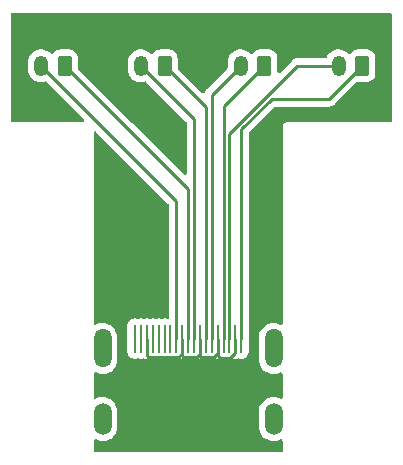
<source format=gbr>
%TF.GenerationSoftware,KiCad,Pcbnew,(6.0.5)*%
%TF.CreationDate,2022-06-07T12:46:05-06:00*%
%TF.ProjectId,21Pin_Fanout,32315069-6e5f-4466-916e-6f75742e6b69,rev?*%
%TF.SameCoordinates,Original*%
%TF.FileFunction,Copper,L1,Top*%
%TF.FilePolarity,Positive*%
%FSLAX46Y46*%
G04 Gerber Fmt 4.6, Leading zero omitted, Abs format (unit mm)*
G04 Created by KiCad (PCBNEW (6.0.5)) date 2022-06-07 12:46:05*
%MOMM*%
%LPD*%
G01*
G04 APERTURE LIST*
G04 Aperture macros list*
%AMRoundRect*
0 Rectangle with rounded corners*
0 $1 Rounding radius*
0 $2 $3 $4 $5 $6 $7 $8 $9 X,Y pos of 4 corners*
0 Add a 4 corners polygon primitive as box body*
4,1,4,$2,$3,$4,$5,$6,$7,$8,$9,$2,$3,0*
0 Add four circle primitives for the rounded corners*
1,1,$1+$1,$2,$3*
1,1,$1+$1,$4,$5*
1,1,$1+$1,$6,$7*
1,1,$1+$1,$8,$9*
0 Add four rect primitives between the rounded corners*
20,1,$1+$1,$2,$3,$4,$5,0*
20,1,$1+$1,$4,$5,$6,$7,0*
20,1,$1+$1,$6,$7,$8,$9,0*
20,1,$1+$1,$8,$9,$2,$3,0*%
G04 Aperture macros list end*
%TA.AperFunction,ComponentPad*%
%ADD10RoundRect,0.250000X0.350000X0.625000X-0.350000X0.625000X-0.350000X-0.625000X0.350000X-0.625000X0*%
%TD*%
%TA.AperFunction,ComponentPad*%
%ADD11O,1.200000X1.750000*%
%TD*%
%TA.AperFunction,SMDPad,CuDef*%
%ADD12O,0.250000X2.400000*%
%TD*%
%TA.AperFunction,ComponentPad*%
%ADD13O,1.500000X2.700000*%
%TD*%
%TA.AperFunction,ComponentPad*%
%ADD14O,1.500000X3.300000*%
%TD*%
%TA.AperFunction,ViaPad*%
%ADD15C,0.800000*%
%TD*%
%TA.AperFunction,Conductor*%
%ADD16C,0.250000*%
%TD*%
G04 APERTURE END LIST*
D10*
%TO.P,J3,1,Pin_1*%
%TO.N,Net-(J1-Pad10)*%
X-10450000Y26500000D03*
D11*
%TO.P,J3,2,Pin_2*%
%TO.N,Net-(J1-Pad12)*%
X-12450000Y26500000D03*
%TD*%
D10*
%TO.P,J2,1,Pin_1*%
%TO.N,Net-(J1-Pad7)*%
X-2000000Y26500000D03*
D11*
%TO.P,J2,2,Pin_2*%
%TO.N,Net-(J1-Pad9)*%
X-4000000Y26500000D03*
%TD*%
D10*
%TO.P,J4,1,Pin_1*%
%TO.N,Net-(J1-Pad1)*%
X14750000Y26500000D03*
D11*
%TO.P,J4,2,Pin_2*%
%TO.N,Net-(J1-Pad3)*%
X12750000Y26500000D03*
%TD*%
D10*
%TO.P,J5,1,Pin_1*%
%TO.N,Net-(J1-Pad4)*%
X6450000Y26500000D03*
D11*
%TO.P,J5,2,Pin_2*%
%TO.N,Net-(J1-Pad6)*%
X4450000Y26500000D03*
%TD*%
D12*
%TO.P,J1,1,D2+*%
%TO.N,Net-(J1-Pad1)*%
X4501000Y3396000D03*
%TO.P,J1,2,D2S*%
%TO.N,GND*%
X4001000Y3396000D03*
%TO.P,J1,3,D2-*%
%TO.N,Net-(J1-Pad3)*%
X3501000Y3396000D03*
%TO.P,J1,4,D1+*%
%TO.N,Net-(J1-Pad4)*%
X3001000Y3396000D03*
%TO.P,J1,5,D1S*%
%TO.N,GND*%
X2500000Y3396000D03*
%TO.P,J1,6,D1-*%
%TO.N,Net-(J1-Pad6)*%
X2000000Y3396000D03*
%TO.P,J1,7,D0+*%
%TO.N,Net-(J1-Pad7)*%
X1500000Y3396000D03*
%TO.P,J1,8,D0S*%
%TO.N,GND*%
X1000000Y3396000D03*
%TO.P,J1,9,D0-*%
%TO.N,Net-(J1-Pad9)*%
X500000Y3396000D03*
%TO.P,J1,10,CK+*%
%TO.N,Net-(J1-Pad10)*%
X0Y3396000D03*
%TO.P,J1,11,CKS*%
%TO.N,GND*%
X-500000Y3396000D03*
%TO.P,J1,12,CK-*%
%TO.N,Net-(J1-Pad12)*%
X-1000000Y3396000D03*
%TO.P,J1,13,CEC*%
%TO.N,unconnected-(J1-Pad13)*%
X-1500000Y3396000D03*
%TO.P,J1,14,UTILITY*%
%TO.N,unconnected-(J1-Pad14)*%
X-2000000Y3396000D03*
%TO.P,J1,15,SCL*%
%TO.N,unconnected-(J1-Pad15)*%
X-2500000Y3396000D03*
%TO.P,J1,16,SDA*%
%TO.N,unconnected-(J1-Pad16)*%
X-3001000Y3396000D03*
%TO.P,J1,17,GND*%
%TO.N,GND*%
X-3501000Y3396000D03*
%TO.P,J1,18,+5V*%
%TO.N,unconnected-(J1-Pad18)*%
X-4001000Y3396000D03*
%TO.P,J1,19,HPD*%
%TO.N,unconnected-(J1-Pad19)*%
X-4501000Y3396000D03*
D13*
%TO.P,J1,20*%
%TO.N,N/C*%
X7250000Y-3396000D03*
%TO.P,J1,21*%
X-7250000Y-3396000D03*
D14*
%TO.P,J1,22*%
X7250000Y2564000D03*
%TO.P,J1,23*%
X-7250000Y2564000D03*
%TD*%
D15*
%TO.N,GND*%
X-2000000Y1000000D03*
%TD*%
D16*
%TO.N,GND*%
X-2121480Y1121480D02*
X-2000000Y1000000D01*
X-2121480Y1871480D02*
X-2121480Y1121480D01*
X-2121480Y1871480D02*
X-813803Y1871480D01*
X-3426480Y1871480D02*
X-2121480Y1871480D01*
X4001000Y2185283D02*
X4001000Y3396000D01*
X3565717Y1750000D02*
X4001000Y2185283D01*
X2500000Y1946000D02*
X2696000Y1750000D01*
X2500000Y3396000D02*
X2500000Y1946000D01*
X2696000Y1750000D02*
X3565717Y1750000D01*
X2500000Y2185283D02*
X2500000Y3396000D01*
X2186197Y1871480D02*
X2500000Y2185283D01*
X1000000Y1946000D02*
X1074520Y1871480D01*
X1074520Y1871480D02*
X2186197Y1871480D01*
X1000000Y3396000D02*
X1000000Y1946000D01*
X1000000Y2134803D02*
X1000000Y3396000D01*
X736677Y1871480D02*
X1000000Y2134803D01*
X-425480Y1871480D02*
X736677Y1871480D01*
X-500000Y1946000D02*
X-425480Y1871480D01*
X-500000Y3396000D02*
X-500000Y1946000D01*
X-500000Y2185283D02*
X-500000Y3396000D01*
X-813803Y1871480D02*
X-500000Y2185283D01*
X-3501000Y1946000D02*
X-3426480Y1871480D01*
X-3501000Y3396000D02*
X-3501000Y1946000D01*
%TO.N,Net-(J1-Pad1)*%
X4501000Y21115282D02*
X4501000Y3396000D01*
X7067859Y23682141D02*
X4501000Y21115282D01*
X14750000Y26500000D02*
X11932141Y23682141D01*
X11932141Y23682141D02*
X7067859Y23682141D01*
%TO.N,Net-(J1-Pad3)*%
X9250000Y26500000D02*
X12750000Y26500000D01*
X3501000Y20751000D02*
X9250000Y26500000D01*
X3501000Y3396000D02*
X3501000Y20751000D01*
%TO.N,Net-(J1-Pad4)*%
X3001000Y23051000D02*
X3001000Y3396000D01*
X6450000Y26500000D02*
X3001000Y23051000D01*
%TO.N,Net-(J1-Pad6)*%
X2000000Y3396000D02*
X2000000Y24050000D01*
X2000000Y24050000D02*
X4450000Y26500000D01*
%TO.N,Net-(J1-Pad7)*%
X1500000Y23000000D02*
X1500000Y3396000D01*
X-2000000Y26500000D02*
X1500000Y23000000D01*
%TO.N,Net-(J1-Pad9)*%
X500000Y22000000D02*
X500000Y3396000D01*
X-4000000Y26500000D02*
X500000Y22000000D01*
%TO.N,Net-(J1-Pad10)*%
X0Y16050000D02*
X-10450000Y26500000D01*
X0Y3396000D02*
X0Y16050000D01*
%TO.N,Net-(J1-Pad12)*%
X-1000000Y15050000D02*
X-1000000Y3396000D01*
X-12450000Y26500000D02*
X-1000000Y15050000D01*
%TD*%
%TA.AperFunction,Conductor*%
%TO.N,GND*%
G36*
X17183621Y30971498D02*
G01*
X17230114Y30917842D01*
X17241500Y30865500D01*
X17241500Y21884500D01*
X17221498Y21816379D01*
X17167842Y21769886D01*
X17115500Y21758500D01*
X8508623Y21758500D01*
X8507853Y21758502D01*
X8507037Y21758507D01*
X8430279Y21758976D01*
X8407918Y21752585D01*
X8401847Y21750850D01*
X8385085Y21747272D01*
X8355813Y21743080D01*
X8347645Y21739366D01*
X8347644Y21739366D01*
X8332438Y21732452D01*
X8314914Y21726004D01*
X8290229Y21718949D01*
X8282635Y21714157D01*
X8282632Y21714156D01*
X8265220Y21703170D01*
X8250137Y21695031D01*
X8223218Y21682792D01*
X8216416Y21676931D01*
X8203765Y21666030D01*
X8188761Y21654927D01*
X8167042Y21641224D01*
X8161103Y21634499D01*
X8161099Y21634496D01*
X8147468Y21619062D01*
X8135276Y21607018D01*
X8119673Y21593573D01*
X8119671Y21593570D01*
X8112873Y21587713D01*
X8107993Y21580184D01*
X8107992Y21580183D01*
X8098906Y21566165D01*
X8087615Y21551291D01*
X8076569Y21538783D01*
X8070622Y21532049D01*
X8058058Y21505289D01*
X8049737Y21490309D01*
X8038529Y21473017D01*
X8038527Y21473012D01*
X8033648Y21465485D01*
X8031078Y21456892D01*
X8031076Y21456887D01*
X8026289Y21440880D01*
X8019628Y21423436D01*
X8008719Y21400200D01*
X8007338Y21391333D01*
X8007338Y21391332D01*
X8004170Y21370985D01*
X8000387Y21354268D01*
X7994485Y21334534D01*
X7994484Y21334528D01*
X7991914Y21325934D01*
X7991859Y21316963D01*
X7991859Y21316962D01*
X7991704Y21291503D01*
X7991671Y21290711D01*
X7991500Y21289614D01*
X7991500Y21258623D01*
X7991498Y21257853D01*
X7991024Y21180279D01*
X7991408Y21178935D01*
X7991500Y21177590D01*
X7991500Y4705927D01*
X7971498Y4637806D01*
X7917842Y4591313D01*
X7847568Y4581209D01*
X7814855Y4590554D01*
X7658180Y4659330D01*
X7658167Y4659335D01*
X7653033Y4661588D01*
X7647582Y4662897D01*
X7647578Y4662898D01*
X7440046Y4712722D01*
X7440045Y4712722D01*
X7434589Y4714032D01*
X7350525Y4718879D01*
X7215917Y4726640D01*
X7215914Y4726640D01*
X7210310Y4726963D01*
X6987285Y4699975D01*
X6772565Y4633918D01*
X6767585Y4631348D01*
X6767581Y4631346D01*
X6626850Y4558709D01*
X6572936Y4530882D01*
X6394708Y4394123D01*
X6243515Y4227964D01*
X6124136Y4037656D01*
X6040344Y3829217D01*
X5994787Y3609233D01*
X5991500Y3552225D01*
X5991500Y1607001D01*
X5991749Y1604214D01*
X5991749Y1604208D01*
X5998009Y1534071D01*
X6006383Y1440238D01*
X6065663Y1223549D01*
X6162378Y1020782D01*
X6293471Y838346D01*
X6454799Y682008D01*
X6641262Y556710D01*
X6846967Y466412D01*
X6852418Y465103D01*
X6852422Y465102D01*
X7025503Y423549D01*
X7065411Y413968D01*
X7149475Y409121D01*
X7284083Y401360D01*
X7284086Y401360D01*
X7289690Y401037D01*
X7512715Y428025D01*
X7727435Y494082D01*
X7732415Y496652D01*
X7732419Y496654D01*
X7807710Y535515D01*
X7877417Y548984D01*
X7943341Y522629D01*
X7984550Y464816D01*
X7991500Y423549D01*
X7991500Y-1554073D01*
X7971498Y-1622194D01*
X7917842Y-1668687D01*
X7847568Y-1678791D01*
X7814855Y-1669446D01*
X7658180Y-1600670D01*
X7658167Y-1600665D01*
X7653033Y-1598412D01*
X7647582Y-1597103D01*
X7647578Y-1597102D01*
X7440046Y-1547278D01*
X7440045Y-1547278D01*
X7434589Y-1545968D01*
X7350525Y-1541121D01*
X7215917Y-1533360D01*
X7215914Y-1533360D01*
X7210310Y-1533037D01*
X6987285Y-1560025D01*
X6772565Y-1626082D01*
X6767585Y-1628652D01*
X6767581Y-1628654D01*
X6577919Y-1726546D01*
X6572936Y-1729118D01*
X6394708Y-1865877D01*
X6243515Y-2032036D01*
X6124136Y-2222344D01*
X6040344Y-2430783D01*
X5994787Y-2650767D01*
X5991500Y-2707775D01*
X5991500Y-4052999D01*
X5991749Y-4055786D01*
X5991749Y-4055792D01*
X5998009Y-4125929D01*
X6006383Y-4219762D01*
X6065663Y-4436451D01*
X6162378Y-4639218D01*
X6293471Y-4821654D01*
X6454799Y-4977992D01*
X6641262Y-5103290D01*
X6846967Y-5193588D01*
X6852418Y-5194897D01*
X6852422Y-5194898D01*
X7025503Y-5236451D01*
X7065411Y-5246032D01*
X7149475Y-5250879D01*
X7284083Y-5258640D01*
X7284086Y-5258640D01*
X7289690Y-5258963D01*
X7512715Y-5231975D01*
X7727435Y-5165918D01*
X7732415Y-5163348D01*
X7732419Y-5163346D01*
X7807710Y-5124485D01*
X7877417Y-5111016D01*
X7943341Y-5137371D01*
X7984550Y-5195184D01*
X7991500Y-5236451D01*
X7991500Y-6115500D01*
X7971498Y-6183621D01*
X7917842Y-6230114D01*
X7865500Y-6241500D01*
X-7865500Y-6241500D01*
X-7933621Y-6221498D01*
X-7980114Y-6167842D01*
X-7991500Y-6115500D01*
X-7991500Y-5237927D01*
X-7971498Y-5169806D01*
X-7917842Y-5123313D01*
X-7847568Y-5113209D01*
X-7814855Y-5122554D01*
X-7658180Y-5191330D01*
X-7658167Y-5191335D01*
X-7653033Y-5193588D01*
X-7647582Y-5194897D01*
X-7647578Y-5194898D01*
X-7474497Y-5236451D01*
X-7434589Y-5246032D01*
X-7350525Y-5250879D01*
X-7215917Y-5258640D01*
X-7215914Y-5258640D01*
X-7210310Y-5258963D01*
X-6987285Y-5231975D01*
X-6772565Y-5165918D01*
X-6767585Y-5163348D01*
X-6767581Y-5163346D01*
X-6577919Y-5065454D01*
X-6577918Y-5065454D01*
X-6572936Y-5062882D01*
X-6394708Y-4926123D01*
X-6243515Y-4759964D01*
X-6124136Y-4569656D01*
X-6040344Y-4361217D01*
X-5994787Y-4141233D01*
X-5991500Y-4084225D01*
X-5991500Y-2739001D01*
X-5994449Y-2705952D01*
X-6005884Y-2577833D01*
X-6006383Y-2572238D01*
X-6065663Y-2355549D01*
X-6162378Y-2152782D01*
X-6293471Y-1970346D01*
X-6454799Y-1814008D01*
X-6641262Y-1688710D01*
X-6846967Y-1598412D01*
X-6852418Y-1597103D01*
X-6852422Y-1597102D01*
X-7059954Y-1547278D01*
X-7059955Y-1547278D01*
X-7065411Y-1545968D01*
X-7149475Y-1541121D01*
X-7284083Y-1533360D01*
X-7284086Y-1533360D01*
X-7289690Y-1533037D01*
X-7512715Y-1560025D01*
X-7727435Y-1626082D01*
X-7732415Y-1628652D01*
X-7732419Y-1628654D01*
X-7807710Y-1667515D01*
X-7877417Y-1680984D01*
X-7943341Y-1654629D01*
X-7984550Y-1596816D01*
X-7991500Y-1555549D01*
X-7991500Y422073D01*
X-7971498Y490194D01*
X-7917842Y536687D01*
X-7847568Y546791D01*
X-7814855Y537446D01*
X-7658180Y468670D01*
X-7658167Y468665D01*
X-7653033Y466412D01*
X-7647582Y465103D01*
X-7647578Y465102D01*
X-7474497Y423549D01*
X-7434589Y413968D01*
X-7350525Y409121D01*
X-7215917Y401360D01*
X-7215914Y401360D01*
X-7210310Y401037D01*
X-6987285Y428025D01*
X-6772565Y494082D01*
X-6767585Y496652D01*
X-6767581Y496654D01*
X-6577919Y594546D01*
X-6577918Y594546D01*
X-6572936Y597118D01*
X-6394708Y733877D01*
X-6243515Y900036D01*
X-6124136Y1090344D01*
X-6040344Y1298783D01*
X-5994787Y1518767D01*
X-5991500Y1575775D01*
X-5991500Y3520999D01*
X-5994449Y3554048D01*
X-6005884Y3682167D01*
X-6006383Y3687762D01*
X-6065663Y3904451D01*
X-6162378Y4107218D01*
X-6293471Y4289654D01*
X-6454799Y4445992D01*
X-6641262Y4571290D01*
X-6846967Y4661588D01*
X-6852418Y4662897D01*
X-6852422Y4662898D01*
X-7059954Y4712722D01*
X-7059955Y4712722D01*
X-7065411Y4714032D01*
X-7149475Y4718879D01*
X-7284083Y4726640D01*
X-7284086Y4726640D01*
X-7289690Y4726963D01*
X-7512715Y4699975D01*
X-7727435Y4633918D01*
X-7732415Y4631348D01*
X-7732419Y4631346D01*
X-7807710Y4592485D01*
X-7877417Y4579016D01*
X-7943341Y4605371D01*
X-7984550Y4663184D01*
X-7991500Y4704451D01*
X-7991500Y20841406D01*
X-7971498Y20909527D01*
X-7917842Y20956020D01*
X-7847568Y20966124D01*
X-7782988Y20936630D01*
X-7776405Y20930501D01*
X-1670405Y14824501D01*
X-1636379Y14762189D01*
X-1633500Y14735406D01*
X-1633500Y5195692D01*
X-1653502Y5127571D01*
X-1707158Y5081078D01*
X-1777432Y5070974D01*
X-1796644Y5075442D01*
X-1802682Y5078283D01*
X-1810470Y5079769D01*
X-1810471Y5079769D01*
X-1952121Y5106790D01*
X-1952122Y5106790D01*
X-1959906Y5108275D01*
X-2048400Y5102708D01*
X-2111738Y5098723D01*
X-2111740Y5098723D01*
X-2119650Y5098225D01*
X-2127186Y5095776D01*
X-2127188Y5095776D01*
X-2128711Y5095281D01*
X-2200291Y5072023D01*
X-2205545Y5070316D01*
X-2276512Y5068288D01*
X-2288184Y5072528D01*
X-2295512Y5074909D01*
X-2302682Y5078283D01*
X-2310465Y5079768D01*
X-2310466Y5079768D01*
X-2452121Y5106790D01*
X-2452122Y5106790D01*
X-2459906Y5108275D01*
X-2548400Y5102708D01*
X-2611738Y5098723D01*
X-2611740Y5098723D01*
X-2619650Y5098225D01*
X-2627186Y5095776D01*
X-2627188Y5095776D01*
X-2706137Y5070124D01*
X-2777105Y5068097D01*
X-2790313Y5072895D01*
X-2796511Y5074908D01*
X-2803682Y5078283D01*
X-2935305Y5103391D01*
X-2953121Y5106790D01*
X-2953122Y5106790D01*
X-2960906Y5108275D01*
X-3049400Y5102708D01*
X-3112738Y5098723D01*
X-3112740Y5098723D01*
X-3120650Y5098225D01*
X-3207241Y5070090D01*
X-3278206Y5068062D01*
X-3289110Y5072023D01*
X-3289124Y5071979D01*
X-3311622Y5079289D01*
X-3453152Y5106287D01*
X-3468849Y5107274D01*
X-3612643Y5098228D01*
X-3628093Y5095281D01*
X-3705884Y5070005D01*
X-3776852Y5067978D01*
X-3791038Y5073130D01*
X-3796508Y5074907D01*
X-3803682Y5078283D01*
X-3935305Y5103391D01*
X-3953121Y5106790D01*
X-3953122Y5106790D01*
X-3960906Y5108275D01*
X-4049400Y5102708D01*
X-4112738Y5098723D01*
X-4112740Y5098723D01*
X-4120650Y5098225D01*
X-4128186Y5095776D01*
X-4128188Y5095776D01*
X-4129711Y5095281D01*
X-4201291Y5072023D01*
X-4206545Y5070316D01*
X-4277512Y5068288D01*
X-4289184Y5072528D01*
X-4296512Y5074909D01*
X-4303682Y5078283D01*
X-4311465Y5079768D01*
X-4311466Y5079768D01*
X-4453121Y5106790D01*
X-4453122Y5106790D01*
X-4460906Y5108275D01*
X-4549400Y5102708D01*
X-4612738Y5098723D01*
X-4612740Y5098723D01*
X-4620650Y5098225D01*
X-4628186Y5095776D01*
X-4628188Y5095776D01*
X-4765333Y5051215D01*
X-4765336Y5051214D01*
X-4772875Y5048764D01*
X-4908018Y4963000D01*
X-5017586Y4846321D01*
X-5094695Y4706060D01*
X-5134500Y4551030D01*
X-5134500Y2281144D01*
X-5119474Y2162203D01*
X-5060552Y2013383D01*
X-4966472Y1883893D01*
X-4843144Y1781867D01*
X-4835977Y1778494D01*
X-4835973Y1778492D01*
X-4773879Y1749274D01*
X-4698318Y1713717D01*
X-4593778Y1693775D01*
X-4551515Y1685713D01*
X-4541094Y1683725D01*
X-4452600Y1689292D01*
X-4389262Y1693277D01*
X-4389260Y1693277D01*
X-4381350Y1693775D01*
X-4373814Y1696224D01*
X-4373812Y1696224D01*
X-4305248Y1718502D01*
X-4295455Y1721684D01*
X-4224488Y1723712D01*
X-4212816Y1719472D01*
X-4205488Y1717091D01*
X-4198318Y1713717D01*
X-4190535Y1712232D01*
X-4190534Y1712232D01*
X-4048879Y1685210D01*
X-4041094Y1683725D01*
X-3952600Y1689292D01*
X-3889262Y1693277D01*
X-3889260Y1693277D01*
X-3881350Y1693775D01*
X-3794759Y1721910D01*
X-3723794Y1723938D01*
X-3712890Y1719977D01*
X-3712876Y1720021D01*
X-3690378Y1712711D01*
X-3548848Y1685713D01*
X-3533151Y1684726D01*
X-3389357Y1693772D01*
X-3373907Y1696719D01*
X-3296116Y1721995D01*
X-3225148Y1724022D01*
X-3210962Y1718870D01*
X-3205492Y1717093D01*
X-3198318Y1713717D01*
X-3093778Y1693775D01*
X-3051515Y1685713D01*
X-3041094Y1683725D01*
X-2952600Y1689292D01*
X-2889262Y1693277D01*
X-2889260Y1693277D01*
X-2881350Y1693775D01*
X-2873814Y1696224D01*
X-2873812Y1696224D01*
X-2794863Y1721876D01*
X-2723895Y1723903D01*
X-2710687Y1719105D01*
X-2704489Y1717092D01*
X-2697318Y1713717D01*
X-2592778Y1693775D01*
X-2550515Y1685713D01*
X-2540094Y1683725D01*
X-2451600Y1689292D01*
X-2388262Y1693277D01*
X-2388260Y1693277D01*
X-2380350Y1693775D01*
X-2372814Y1696224D01*
X-2372812Y1696224D01*
X-2304248Y1718502D01*
X-2294455Y1721684D01*
X-2223488Y1723712D01*
X-2211816Y1719472D01*
X-2204488Y1717091D01*
X-2197318Y1713717D01*
X-2189535Y1712232D01*
X-2189534Y1712232D01*
X-2047879Y1685210D01*
X-2040094Y1683725D01*
X-1951600Y1689292D01*
X-1888262Y1693277D01*
X-1888260Y1693277D01*
X-1880350Y1693775D01*
X-1872814Y1696224D01*
X-1872812Y1696224D01*
X-1804248Y1718502D01*
X-1794455Y1721684D01*
X-1723488Y1723712D01*
X-1711816Y1719472D01*
X-1704488Y1717091D01*
X-1697318Y1713717D01*
X-1689535Y1712232D01*
X-1689534Y1712232D01*
X-1547879Y1685210D01*
X-1540094Y1683725D01*
X-1451600Y1689292D01*
X-1388262Y1693277D01*
X-1388260Y1693277D01*
X-1380350Y1693775D01*
X-1372814Y1696224D01*
X-1372812Y1696224D01*
X-1304248Y1718502D01*
X-1294455Y1721684D01*
X-1223488Y1723712D01*
X-1211816Y1719472D01*
X-1204488Y1717091D01*
X-1197318Y1713717D01*
X-1189535Y1712232D01*
X-1189534Y1712232D01*
X-1047879Y1685210D01*
X-1040094Y1683725D01*
X-951600Y1689292D01*
X-888262Y1693277D01*
X-888260Y1693277D01*
X-880350Y1693775D01*
X-793759Y1721910D01*
X-722794Y1723938D01*
X-711890Y1719977D01*
X-711876Y1720021D01*
X-689378Y1712711D01*
X-547848Y1685713D01*
X-532151Y1684726D01*
X-388357Y1693772D01*
X-372907Y1696719D01*
X-295116Y1721995D01*
X-224148Y1724022D01*
X-209962Y1718870D01*
X-204492Y1717093D01*
X-197318Y1713717D01*
X-92778Y1693775D01*
X-50515Y1685713D01*
X-40094Y1683725D01*
X48400Y1689292D01*
X111738Y1693277D01*
X111740Y1693277D01*
X119650Y1693775D01*
X127186Y1696224D01*
X127188Y1696224D01*
X195752Y1718502D01*
X205545Y1721684D01*
X276512Y1723712D01*
X288184Y1719472D01*
X295512Y1717091D01*
X302682Y1713717D01*
X310465Y1712232D01*
X310466Y1712232D01*
X452121Y1685210D01*
X459906Y1683725D01*
X548400Y1689292D01*
X611738Y1693277D01*
X611740Y1693277D01*
X619650Y1693775D01*
X706241Y1721910D01*
X777206Y1723938D01*
X788110Y1719977D01*
X788124Y1720021D01*
X810622Y1712711D01*
X952152Y1685713D01*
X967849Y1684726D01*
X1111643Y1693772D01*
X1127093Y1696719D01*
X1204884Y1721995D01*
X1275852Y1724022D01*
X1290038Y1718870D01*
X1295508Y1717093D01*
X1302682Y1713717D01*
X1407222Y1693775D01*
X1449485Y1685713D01*
X1459906Y1683725D01*
X1548400Y1689292D01*
X1611738Y1693277D01*
X1611740Y1693277D01*
X1619650Y1693775D01*
X1627186Y1696224D01*
X1627188Y1696224D01*
X1695752Y1718502D01*
X1705545Y1721684D01*
X1776512Y1723712D01*
X1788184Y1719472D01*
X1795512Y1717091D01*
X1802682Y1713717D01*
X1810465Y1712232D01*
X1810466Y1712232D01*
X1952121Y1685210D01*
X1959906Y1683725D01*
X2048400Y1689292D01*
X2111738Y1693277D01*
X2111740Y1693277D01*
X2119650Y1693775D01*
X2206241Y1721910D01*
X2277206Y1723938D01*
X2288110Y1719977D01*
X2288124Y1720021D01*
X2310622Y1712711D01*
X2452152Y1685713D01*
X2467849Y1684726D01*
X2611643Y1693772D01*
X2627093Y1696719D01*
X2705476Y1722187D01*
X2776444Y1724214D01*
X2792172Y1718502D01*
X2796506Y1717094D01*
X2803682Y1713717D01*
X2908222Y1693775D01*
X2950485Y1685713D01*
X2960906Y1683725D01*
X3049400Y1689292D01*
X3112738Y1693277D01*
X3112740Y1693277D01*
X3120650Y1693775D01*
X3128186Y1696224D01*
X3128188Y1696224D01*
X3196752Y1718502D01*
X3206545Y1721684D01*
X3277512Y1723712D01*
X3289184Y1719472D01*
X3296512Y1717091D01*
X3303682Y1713717D01*
X3311465Y1712232D01*
X3311466Y1712232D01*
X3453121Y1685210D01*
X3460906Y1683725D01*
X3549400Y1689292D01*
X3612738Y1693277D01*
X3612740Y1693277D01*
X3620650Y1693775D01*
X3707241Y1721910D01*
X3778206Y1723938D01*
X3789110Y1719977D01*
X3789124Y1720021D01*
X3811622Y1712711D01*
X3953152Y1685713D01*
X3968849Y1684726D01*
X4112643Y1693772D01*
X4128093Y1696719D01*
X4205884Y1721995D01*
X4276852Y1724022D01*
X4291038Y1718870D01*
X4296508Y1717093D01*
X4303682Y1713717D01*
X4408222Y1693775D01*
X4450485Y1685713D01*
X4460906Y1683725D01*
X4549400Y1689292D01*
X4612738Y1693277D01*
X4612740Y1693277D01*
X4620650Y1693775D01*
X4628186Y1696224D01*
X4628188Y1696224D01*
X4765333Y1740785D01*
X4765336Y1740786D01*
X4772875Y1743236D01*
X4908018Y1829000D01*
X5017586Y1945679D01*
X5094695Y2085940D01*
X5134500Y2240970D01*
X5134500Y20800688D01*
X5154502Y20868809D01*
X5171405Y20889783D01*
X7293359Y23011736D01*
X7355671Y23045762D01*
X7382454Y23048641D01*
X11853374Y23048641D01*
X11864557Y23048114D01*
X11872050Y23046439D01*
X11879976Y23046688D01*
X11879977Y23046688D01*
X11940127Y23048579D01*
X11944086Y23048641D01*
X11971997Y23048641D01*
X11975932Y23049138D01*
X11975997Y23049146D01*
X11987834Y23050079D01*
X12020092Y23051093D01*
X12024111Y23051219D01*
X12032030Y23051468D01*
X12051484Y23057120D01*
X12070841Y23061128D01*
X12083071Y23062673D01*
X12083072Y23062673D01*
X12090938Y23063667D01*
X12098309Y23066586D01*
X12098311Y23066586D01*
X12132053Y23079945D01*
X12143283Y23083790D01*
X12178124Y23093912D01*
X12178125Y23093912D01*
X12185734Y23096123D01*
X12192553Y23100156D01*
X12192558Y23100158D01*
X12203169Y23106434D01*
X12220917Y23115129D01*
X12239758Y23122589D01*
X12275528Y23148577D01*
X12285448Y23155093D01*
X12316676Y23173561D01*
X12316679Y23173563D01*
X12323503Y23177599D01*
X12337824Y23191920D01*
X12352858Y23204761D01*
X12362835Y23212010D01*
X12369248Y23216669D01*
X12397439Y23250746D01*
X12405429Y23259525D01*
X14228154Y25082250D01*
X14290466Y25116276D01*
X14330091Y25118499D01*
X14349600Y25116500D01*
X15150400Y25116500D01*
X15153646Y25116837D01*
X15153650Y25116837D01*
X15249308Y25126762D01*
X15249312Y25126763D01*
X15256166Y25127474D01*
X15262702Y25129655D01*
X15262704Y25129655D01*
X15416998Y25181132D01*
X15423946Y25183450D01*
X15574348Y25276522D01*
X15699305Y25401697D01*
X15792115Y25552262D01*
X15847797Y25720139D01*
X15858500Y25824600D01*
X15858500Y27175400D01*
X15847526Y27281166D01*
X15843749Y27292489D01*
X15793868Y27441998D01*
X15791550Y27448946D01*
X15698478Y27599348D01*
X15573303Y27724305D01*
X15470826Y27787473D01*
X15428968Y27813275D01*
X15428966Y27813276D01*
X15422738Y27817115D01*
X15262254Y27870345D01*
X15261389Y27870632D01*
X15261387Y27870632D01*
X15254861Y27872797D01*
X15248025Y27873497D01*
X15248022Y27873498D01*
X15204969Y27877909D01*
X15150400Y27883500D01*
X14349600Y27883500D01*
X14346354Y27883163D01*
X14346350Y27883163D01*
X14250692Y27873238D01*
X14250688Y27873237D01*
X14243834Y27872526D01*
X14237298Y27870345D01*
X14237296Y27870345D01*
X14114213Y27829281D01*
X14076054Y27816550D01*
X13925652Y27723478D01*
X13800695Y27598303D01*
X13796855Y27592073D01*
X13796854Y27592072D01*
X13768926Y27546764D01*
X13716154Y27499271D01*
X13646082Y27487847D01*
X13580958Y27516121D01*
X13562582Y27535045D01*
X13556396Y27542920D01*
X13551865Y27546852D01*
X13551862Y27546855D01*
X13401167Y27677621D01*
X13396637Y27681552D01*
X13391451Y27684552D01*
X13391447Y27684555D01*
X13218742Y27784467D01*
X13213546Y27787473D01*
X13013729Y27856861D01*
X13007794Y27857722D01*
X13007792Y27857722D01*
X12810336Y27886352D01*
X12810333Y27886352D01*
X12804396Y27887213D01*
X12593101Y27877433D01*
X12461923Y27845819D01*
X12393299Y27829281D01*
X12393297Y27829280D01*
X12387466Y27827875D01*
X12382008Y27825393D01*
X12382004Y27825392D01*
X12266959Y27773084D01*
X12194913Y27740326D01*
X12022389Y27617946D01*
X11876119Y27465150D01*
X11761380Y27287452D01*
X11759137Y27281886D01*
X11731134Y27212402D01*
X11687119Y27156696D01*
X11614268Y27133500D01*
X9328768Y27133500D01*
X9317585Y27134027D01*
X9310092Y27135702D01*
X9302166Y27135453D01*
X9302165Y27135453D01*
X9242002Y27133562D01*
X9238044Y27133500D01*
X9210144Y27133500D01*
X9206154Y27132996D01*
X9194320Y27132064D01*
X9150111Y27130674D01*
X9142497Y27128462D01*
X9142492Y27128461D01*
X9130659Y27125023D01*
X9111296Y27121012D01*
X9091203Y27118474D01*
X9083836Y27115557D01*
X9083831Y27115556D01*
X9050092Y27102198D01*
X9038865Y27098354D01*
X8996407Y27086018D01*
X8989581Y27081981D01*
X8978972Y27075707D01*
X8961224Y27067012D01*
X8942383Y27059552D01*
X8935967Y27054890D01*
X8935966Y27054890D01*
X8906613Y27033564D01*
X8896693Y27027048D01*
X8865465Y27008580D01*
X8865462Y27008578D01*
X8858638Y27004542D01*
X8844317Y26990221D01*
X8829284Y26977381D01*
X8812893Y26965472D01*
X8807842Y26959366D01*
X8784702Y26931395D01*
X8776712Y26922616D01*
X7773595Y25919499D01*
X7711283Y25885473D01*
X7640468Y25890538D01*
X7583632Y25933085D01*
X7558821Y25999605D01*
X7558500Y26008594D01*
X7558500Y27175400D01*
X7547526Y27281166D01*
X7543749Y27292489D01*
X7493868Y27441998D01*
X7491550Y27448946D01*
X7398478Y27599348D01*
X7273303Y27724305D01*
X7170826Y27787473D01*
X7128968Y27813275D01*
X7128966Y27813276D01*
X7122738Y27817115D01*
X6962254Y27870345D01*
X6961389Y27870632D01*
X6961387Y27870632D01*
X6954861Y27872797D01*
X6948025Y27873497D01*
X6948022Y27873498D01*
X6904969Y27877909D01*
X6850400Y27883500D01*
X6049600Y27883500D01*
X6046354Y27883163D01*
X6046350Y27883163D01*
X5950692Y27873238D01*
X5950688Y27873237D01*
X5943834Y27872526D01*
X5937298Y27870345D01*
X5937296Y27870345D01*
X5814213Y27829281D01*
X5776054Y27816550D01*
X5625652Y27723478D01*
X5500695Y27598303D01*
X5496855Y27592073D01*
X5496854Y27592072D01*
X5468926Y27546764D01*
X5416154Y27499271D01*
X5346082Y27487847D01*
X5280958Y27516121D01*
X5262582Y27535045D01*
X5256396Y27542920D01*
X5251865Y27546852D01*
X5251862Y27546855D01*
X5101167Y27677621D01*
X5096637Y27681552D01*
X5091451Y27684552D01*
X5091447Y27684555D01*
X4918742Y27784467D01*
X4913546Y27787473D01*
X4713729Y27856861D01*
X4707794Y27857722D01*
X4707792Y27857722D01*
X4510336Y27886352D01*
X4510333Y27886352D01*
X4504396Y27887213D01*
X4293101Y27877433D01*
X4161923Y27845819D01*
X4093299Y27829281D01*
X4093297Y27829280D01*
X4087466Y27827875D01*
X4082008Y27825393D01*
X4082004Y27825392D01*
X3966959Y27773084D01*
X3894913Y27740326D01*
X3722389Y27617946D01*
X3576119Y27465150D01*
X3461380Y27287452D01*
X3459137Y27281886D01*
X3385172Y27098354D01*
X3382314Y27091263D01*
X3341772Y26883663D01*
X3341500Y26878101D01*
X3341500Y26339595D01*
X3321498Y26271474D01*
X3304595Y26250500D01*
X1607747Y24553652D01*
X1599461Y24546112D01*
X1592982Y24542000D01*
X1587557Y24536223D01*
X1546357Y24492349D01*
X1543602Y24489507D01*
X1523865Y24469770D01*
X1521385Y24466573D01*
X1513682Y24457553D01*
X1483414Y24425321D01*
X1479595Y24418375D01*
X1479593Y24418372D01*
X1473652Y24407566D01*
X1462801Y24391047D01*
X1450386Y24375041D01*
X1447241Y24367772D01*
X1447238Y24367768D01*
X1432826Y24334463D01*
X1427609Y24323813D01*
X1406305Y24285060D01*
X1404334Y24277385D01*
X1404334Y24277384D01*
X1401267Y24265438D01*
X1394880Y24246773D01*
X1394304Y24245442D01*
X1348913Y24190853D01*
X1281213Y24169470D01*
X1212700Y24188083D01*
X1189556Y24206349D01*
X-854595Y26250500D01*
X-888621Y26312812D01*
X-891500Y26339595D01*
X-891500Y27175400D01*
X-902474Y27281166D01*
X-906251Y27292489D01*
X-956132Y27441998D01*
X-958450Y27448946D01*
X-1051522Y27599348D01*
X-1176697Y27724305D01*
X-1279174Y27787473D01*
X-1321032Y27813275D01*
X-1321034Y27813276D01*
X-1327262Y27817115D01*
X-1487746Y27870345D01*
X-1488611Y27870632D01*
X-1488613Y27870632D01*
X-1495139Y27872797D01*
X-1501975Y27873497D01*
X-1501978Y27873498D01*
X-1545031Y27877909D01*
X-1599600Y27883500D01*
X-2400400Y27883500D01*
X-2403646Y27883163D01*
X-2403650Y27883163D01*
X-2499308Y27873238D01*
X-2499312Y27873237D01*
X-2506166Y27872526D01*
X-2512702Y27870345D01*
X-2512704Y27870345D01*
X-2635787Y27829281D01*
X-2673946Y27816550D01*
X-2824348Y27723478D01*
X-2949305Y27598303D01*
X-2953145Y27592073D01*
X-2953146Y27592072D01*
X-2981074Y27546764D01*
X-3033846Y27499271D01*
X-3103918Y27487847D01*
X-3169042Y27516121D01*
X-3187418Y27535045D01*
X-3193604Y27542920D01*
X-3198135Y27546852D01*
X-3198138Y27546855D01*
X-3348833Y27677621D01*
X-3353363Y27681552D01*
X-3358549Y27684552D01*
X-3358553Y27684555D01*
X-3531258Y27784467D01*
X-3536454Y27787473D01*
X-3736271Y27856861D01*
X-3742206Y27857722D01*
X-3742208Y27857722D01*
X-3939664Y27886352D01*
X-3939667Y27886352D01*
X-3945604Y27887213D01*
X-4156899Y27877433D01*
X-4288077Y27845819D01*
X-4356701Y27829281D01*
X-4356703Y27829280D01*
X-4362534Y27827875D01*
X-4367992Y27825393D01*
X-4367996Y27825392D01*
X-4483041Y27773084D01*
X-4555087Y27740326D01*
X-4727611Y27617946D01*
X-4873881Y27465150D01*
X-4988620Y27287452D01*
X-4990863Y27281886D01*
X-5064828Y27098354D01*
X-5067686Y27091263D01*
X-5108228Y26883663D01*
X-5108500Y26878101D01*
X-5108500Y26172154D01*
X-5093452Y26014434D01*
X-5033908Y25811466D01*
X-5031164Y25806139D01*
X-5031164Y25806138D01*
X-4966497Y25680580D01*
X-4937058Y25623420D01*
X-4806396Y25457080D01*
X-4801865Y25453148D01*
X-4801862Y25453145D01*
X-4665198Y25334554D01*
X-4646637Y25318448D01*
X-4641451Y25315448D01*
X-4641447Y25315445D01*
X-4479335Y25221661D01*
X-4463546Y25212527D01*
X-4263729Y25143139D01*
X-4257794Y25142278D01*
X-4257792Y25142278D01*
X-4060336Y25113648D01*
X-4060333Y25113648D01*
X-4054396Y25112787D01*
X-3843101Y25122567D01*
X-3743017Y25146687D01*
X-3650182Y25169060D01*
X-3579271Y25165575D01*
X-3531566Y25135662D01*
X-170405Y21774500D01*
X-136379Y21712188D01*
X-133500Y21685405D01*
X-133500Y17383594D01*
X-153502Y17315473D01*
X-207158Y17268980D01*
X-277432Y17258876D01*
X-342012Y17288370D01*
X-348595Y17294499D01*
X-4739500Y21685405D01*
X-9304595Y26250500D01*
X-9338621Y26312812D01*
X-9341500Y26339595D01*
X-9341500Y27175400D01*
X-9352474Y27281166D01*
X-9356251Y27292489D01*
X-9406132Y27441998D01*
X-9408450Y27448946D01*
X-9501522Y27599348D01*
X-9626697Y27724305D01*
X-9729174Y27787473D01*
X-9771032Y27813275D01*
X-9771034Y27813276D01*
X-9777262Y27817115D01*
X-9937746Y27870345D01*
X-9938611Y27870632D01*
X-9938613Y27870632D01*
X-9945139Y27872797D01*
X-9951975Y27873497D01*
X-9951978Y27873498D01*
X-9995031Y27877909D01*
X-10049600Y27883500D01*
X-10850400Y27883500D01*
X-10853646Y27883163D01*
X-10853650Y27883163D01*
X-10949308Y27873238D01*
X-10949312Y27873237D01*
X-10956166Y27872526D01*
X-10962702Y27870345D01*
X-10962704Y27870345D01*
X-11085787Y27829281D01*
X-11123946Y27816550D01*
X-11274348Y27723478D01*
X-11399305Y27598303D01*
X-11403145Y27592073D01*
X-11403146Y27592072D01*
X-11431074Y27546764D01*
X-11483846Y27499271D01*
X-11553918Y27487847D01*
X-11619042Y27516121D01*
X-11637418Y27535045D01*
X-11643604Y27542920D01*
X-11648135Y27546852D01*
X-11648138Y27546855D01*
X-11798833Y27677621D01*
X-11803363Y27681552D01*
X-11808549Y27684552D01*
X-11808553Y27684555D01*
X-11981258Y27784467D01*
X-11986454Y27787473D01*
X-12186271Y27856861D01*
X-12192206Y27857722D01*
X-12192208Y27857722D01*
X-12389664Y27886352D01*
X-12389667Y27886352D01*
X-12395604Y27887213D01*
X-12606899Y27877433D01*
X-12738077Y27845819D01*
X-12806701Y27829281D01*
X-12806703Y27829280D01*
X-12812534Y27827875D01*
X-12817992Y27825393D01*
X-12817996Y27825392D01*
X-12933041Y27773084D01*
X-13005087Y27740326D01*
X-13177611Y27617946D01*
X-13323881Y27465150D01*
X-13438620Y27287452D01*
X-13440863Y27281886D01*
X-13514828Y27098354D01*
X-13517686Y27091263D01*
X-13558228Y26883663D01*
X-13558500Y26878101D01*
X-13558500Y26172154D01*
X-13543452Y26014434D01*
X-13483908Y25811466D01*
X-13481164Y25806139D01*
X-13481164Y25806138D01*
X-13416497Y25680580D01*
X-13387058Y25623420D01*
X-13256396Y25457080D01*
X-13251865Y25453148D01*
X-13251862Y25453145D01*
X-13115198Y25334554D01*
X-13096637Y25318448D01*
X-13091451Y25315448D01*
X-13091447Y25315445D01*
X-12929335Y25221661D01*
X-12913546Y25212527D01*
X-12713729Y25143139D01*
X-12707794Y25142278D01*
X-12707792Y25142278D01*
X-12510336Y25113648D01*
X-12510333Y25113648D01*
X-12504396Y25112787D01*
X-12293101Y25122567D01*
X-12193017Y25146687D01*
X-12100182Y25169060D01*
X-12029271Y25165575D01*
X-11981566Y25135662D01*
X-8819499Y21973595D01*
X-8785473Y21911283D01*
X-8790538Y21840468D01*
X-8833085Y21783632D01*
X-8899605Y21758821D01*
X-8908594Y21758500D01*
X-14865500Y21758500D01*
X-14933621Y21778502D01*
X-14980114Y21832158D01*
X-14991500Y21884500D01*
X-14991500Y30865500D01*
X-14971498Y30933621D01*
X-14917842Y30980114D01*
X-14865500Y30991500D01*
X17115500Y30991500D01*
X17183621Y30971498D01*
G37*
%TD.AperFunction*%
%TD*%
M02*

</source>
